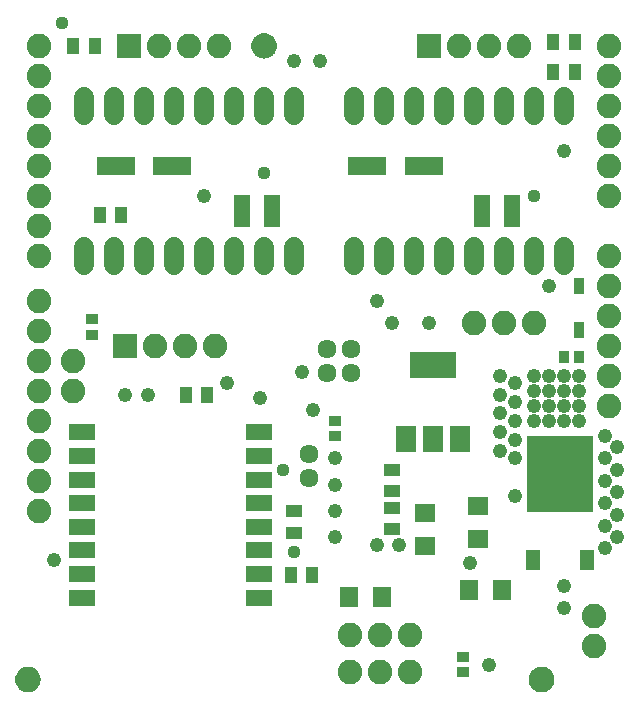
<source format=gts>
G75*
%MOIN*%
%OFA0B0*%
%FSLAX25Y25*%
%IPPOS*%
%LPD*%
%AMOC8*
5,1,8,0,0,1.08239X$1,22.5*
%
%ADD10C,0.06800*%
%ADD11R,0.06700X0.08700*%
%ADD12R,0.15800X0.08700*%
%ADD13R,0.07099X0.06312*%
%ADD14R,0.05524X0.03950*%
%ADD15R,0.03556X0.04343*%
%ADD16R,0.06312X0.07099*%
%ADD17R,0.08200X0.08200*%
%ADD18C,0.08200*%
%ADD19R,0.03950X0.05524*%
%ADD20R,0.22060X0.25209*%
%ADD21R,0.04737X0.07099*%
%ADD22R,0.05800X0.10800*%
%ADD23R,0.12611X0.06312*%
%ADD24C,0.00500*%
%ADD25R,0.03556X0.05524*%
%ADD26R,0.08674X0.05524*%
%ADD27C,0.06343*%
%ADD28R,0.04343X0.03556*%
%ADD29C,0.04762*%
%ADD30C,0.04800*%
%ADD31C,0.04369*%
D10*
X0123000Y0210010D02*
X0123000Y0216010D01*
X0133000Y0216010D02*
X0133000Y0210010D01*
X0143000Y0210010D02*
X0143000Y0216010D01*
X0153000Y0216010D02*
X0153000Y0210010D01*
X0163000Y0210010D02*
X0163000Y0216010D01*
X0173000Y0216010D02*
X0173000Y0210010D01*
X0183000Y0210010D02*
X0183000Y0216010D01*
X0193000Y0216010D02*
X0193000Y0210010D01*
X0213000Y0210010D02*
X0213000Y0216010D01*
X0223000Y0216010D02*
X0223000Y0210010D01*
X0233000Y0210010D02*
X0233000Y0216010D01*
X0243000Y0216010D02*
X0243000Y0210010D01*
X0253000Y0210010D02*
X0253000Y0216010D01*
X0263000Y0216010D02*
X0263000Y0210010D01*
X0273000Y0210010D02*
X0273000Y0216010D01*
X0283000Y0216010D02*
X0283000Y0210010D01*
X0283000Y0260010D02*
X0283000Y0266010D01*
X0273000Y0266010D02*
X0273000Y0260010D01*
X0263000Y0260010D02*
X0263000Y0266010D01*
X0253000Y0266010D02*
X0253000Y0260010D01*
X0243000Y0260010D02*
X0243000Y0266010D01*
X0233000Y0266010D02*
X0233000Y0260010D01*
X0223000Y0260010D02*
X0223000Y0266010D01*
X0213000Y0266010D02*
X0213000Y0260010D01*
X0193000Y0260010D02*
X0193000Y0266010D01*
X0183000Y0266010D02*
X0183000Y0260010D01*
X0173000Y0260010D02*
X0173000Y0266010D01*
X0163000Y0266010D02*
X0163000Y0260010D01*
X0153000Y0260010D02*
X0153000Y0266010D01*
X0143000Y0266010D02*
X0143000Y0260010D01*
X0133000Y0260010D02*
X0133000Y0266010D01*
X0123000Y0266010D02*
X0123000Y0260010D01*
D11*
X0230350Y0151860D03*
X0239350Y0151860D03*
X0248350Y0151860D03*
D12*
X0239250Y0176660D03*
D13*
X0254250Y0129772D03*
X0254250Y0118748D03*
X0236750Y0116248D03*
X0236750Y0127272D03*
D14*
X0225500Y0129053D03*
X0225500Y0134467D03*
X0225500Y0141553D03*
X0225500Y0121967D03*
X0193000Y0120717D03*
X0193000Y0127803D03*
D15*
X0282941Y0179260D03*
X0288059Y0179260D03*
D16*
X0262262Y0101760D03*
X0251238Y0101760D03*
X0222262Y0099260D03*
X0211238Y0099260D03*
D17*
X0136750Y0183010D03*
X0138000Y0283010D03*
X0238000Y0283010D03*
D18*
X0248000Y0283010D03*
X0258000Y0283010D03*
X0268000Y0283010D03*
X0298000Y0283010D03*
X0298000Y0273010D03*
X0298000Y0263010D03*
X0298000Y0253010D03*
X0298000Y0243010D03*
X0298000Y0233010D03*
X0298000Y0213010D03*
X0298000Y0203010D03*
X0298000Y0193010D03*
X0298000Y0183010D03*
X0298000Y0173010D03*
X0298000Y0163010D03*
X0273000Y0190510D03*
X0263000Y0190510D03*
X0253000Y0190510D03*
X0166750Y0183010D03*
X0156750Y0183010D03*
X0146750Y0183010D03*
X0119250Y0178010D03*
X0119250Y0168010D03*
X0108000Y0168010D03*
X0108000Y0158010D03*
X0108000Y0148010D03*
X0108000Y0138010D03*
X0108000Y0128010D03*
X0108000Y0178010D03*
X0108000Y0188010D03*
X0108000Y0198010D03*
X0108000Y0213010D03*
X0108000Y0223010D03*
X0108000Y0233010D03*
X0108000Y0243010D03*
X0108000Y0253010D03*
X0108000Y0263010D03*
X0108000Y0273010D03*
X0108000Y0283010D03*
X0148000Y0283010D03*
X0158000Y0283010D03*
X0168000Y0283010D03*
X0293000Y0093010D03*
X0293000Y0083010D03*
X0231750Y0086760D03*
X0221750Y0086760D03*
X0211750Y0086760D03*
X0211750Y0074260D03*
X0221750Y0074260D03*
X0231750Y0074260D03*
D19*
X0199043Y0106760D03*
X0191957Y0106760D03*
X0164043Y0166760D03*
X0156957Y0166760D03*
X0135293Y0226760D03*
X0128207Y0226760D03*
X0126543Y0283010D03*
X0119457Y0283010D03*
X0279457Y0284260D03*
X0286543Y0284260D03*
X0286543Y0274260D03*
X0279457Y0274260D03*
D20*
X0281750Y0140353D03*
D21*
X0272774Y0111612D03*
X0290726Y0111612D03*
D22*
X0265500Y0228010D03*
X0255500Y0228010D03*
X0185500Y0228010D03*
X0175500Y0228010D03*
D23*
X0152449Y0243010D03*
X0133551Y0243010D03*
X0217301Y0243010D03*
X0236199Y0243010D03*
D24*
X0100840Y0069791D02*
X0101234Y0069229D01*
X0101719Y0068744D01*
X0102281Y0068350D01*
X0102903Y0068060D01*
X0103566Y0067883D01*
X0104250Y0067823D01*
X0104934Y0067883D01*
X0105597Y0068060D01*
X0106219Y0068350D01*
X0106781Y0068744D01*
X0107266Y0069229D01*
X0107660Y0069791D01*
X0107950Y0070413D01*
X0108127Y0071076D01*
X0108187Y0071760D01*
X0108127Y0072444D01*
X0107950Y0073107D01*
X0107660Y0073729D01*
X0107266Y0074291D01*
X0106781Y0074776D01*
X0106219Y0075170D01*
X0105597Y0075460D01*
X0104934Y0075637D01*
X0104250Y0075697D01*
X0103566Y0075637D01*
X0102903Y0075460D01*
X0102281Y0075170D01*
X0101719Y0074776D01*
X0101234Y0074291D01*
X0100840Y0073729D01*
X0100550Y0073107D01*
X0100373Y0072444D01*
X0100313Y0071760D01*
X0100373Y0071076D01*
X0100550Y0070413D01*
X0100840Y0069791D01*
X0100832Y0069811D02*
X0107668Y0069811D01*
X0107901Y0070309D02*
X0100599Y0070309D01*
X0100445Y0070808D02*
X0108055Y0070808D01*
X0108147Y0071306D02*
X0100353Y0071306D01*
X0100317Y0071805D02*
X0108183Y0071805D01*
X0108139Y0072303D02*
X0100361Y0072303D01*
X0100469Y0072802D02*
X0108031Y0072802D01*
X0107859Y0073300D02*
X0100641Y0073300D01*
X0100890Y0073799D02*
X0107610Y0073799D01*
X0107259Y0074297D02*
X0101241Y0074297D01*
X0101747Y0074796D02*
X0106753Y0074796D01*
X0105951Y0075294D02*
X0102549Y0075294D01*
X0101176Y0069312D02*
X0107324Y0069312D01*
X0106850Y0068813D02*
X0101650Y0068813D01*
X0102358Y0068315D02*
X0106142Y0068315D01*
X0271563Y0071760D02*
X0271623Y0071076D01*
X0271800Y0070413D01*
X0272090Y0069791D01*
X0272484Y0069229D01*
X0272969Y0068744D01*
X0273531Y0068350D01*
X0274153Y0068060D01*
X0274816Y0067883D01*
X0275500Y0067823D01*
X0276184Y0067883D01*
X0276847Y0068060D01*
X0277469Y0068350D01*
X0278031Y0068744D01*
X0278516Y0069229D01*
X0278910Y0069791D01*
X0279200Y0070413D01*
X0279377Y0071076D01*
X0279437Y0071760D01*
X0279377Y0072444D01*
X0279200Y0073107D01*
X0278910Y0073729D01*
X0278516Y0074291D01*
X0278031Y0074776D01*
X0277469Y0075170D01*
X0276847Y0075460D01*
X0276184Y0075637D01*
X0275500Y0075697D01*
X0274816Y0075637D01*
X0274153Y0075460D01*
X0273531Y0075170D01*
X0272969Y0074776D01*
X0272484Y0074291D01*
X0272090Y0073729D01*
X0271800Y0073107D01*
X0271623Y0072444D01*
X0271563Y0071760D01*
X0271567Y0071805D02*
X0279433Y0071805D01*
X0279389Y0072303D02*
X0271611Y0072303D01*
X0271719Y0072802D02*
X0279281Y0072802D01*
X0279109Y0073300D02*
X0271891Y0073300D01*
X0272140Y0073799D02*
X0278860Y0073799D01*
X0278509Y0074297D02*
X0272491Y0074297D01*
X0272997Y0074796D02*
X0278003Y0074796D01*
X0277201Y0075294D02*
X0273799Y0075294D01*
X0271603Y0071306D02*
X0279397Y0071306D01*
X0279305Y0070808D02*
X0271695Y0070808D01*
X0271849Y0070309D02*
X0279151Y0070309D01*
X0278918Y0069811D02*
X0272082Y0069811D01*
X0272426Y0069312D02*
X0278574Y0069312D01*
X0278100Y0068813D02*
X0272900Y0068813D01*
X0273608Y0068315D02*
X0277392Y0068315D01*
X0184347Y0279310D02*
X0184969Y0279600D01*
X0185531Y0279994D01*
X0186016Y0280479D01*
X0186410Y0281041D01*
X0186700Y0281663D01*
X0186877Y0282326D01*
X0186937Y0283010D01*
X0186877Y0283694D01*
X0186700Y0284357D01*
X0186410Y0284979D01*
X0186016Y0285541D01*
X0185531Y0286026D01*
X0184969Y0286420D01*
X0184347Y0286710D01*
X0183684Y0286887D01*
X0183000Y0286947D01*
X0182316Y0286887D01*
X0181653Y0286710D01*
X0181031Y0286420D01*
X0180469Y0286026D01*
X0179984Y0285541D01*
X0179590Y0284979D01*
X0179300Y0284357D01*
X0179123Y0283694D01*
X0179063Y0283010D01*
X0179123Y0282326D01*
X0179300Y0281663D01*
X0179590Y0281041D01*
X0179984Y0280479D01*
X0180469Y0279994D01*
X0181031Y0279600D01*
X0181653Y0279310D01*
X0182316Y0279133D01*
X0183000Y0279073D01*
X0183684Y0279133D01*
X0184347Y0279310D01*
X0183879Y0279185D02*
X0182121Y0279185D01*
X0180912Y0279684D02*
X0185087Y0279684D01*
X0185719Y0280182D02*
X0180281Y0280182D01*
X0179843Y0280681D02*
X0186157Y0280681D01*
X0186474Y0281179D02*
X0179526Y0281179D01*
X0179297Y0281678D02*
X0186703Y0281678D01*
X0186837Y0282176D02*
X0179163Y0282176D01*
X0179092Y0282675D02*
X0186908Y0282675D01*
X0186923Y0283173D02*
X0179077Y0283173D01*
X0179121Y0283672D02*
X0186879Y0283672D01*
X0186749Y0284170D02*
X0179251Y0284170D01*
X0179446Y0284669D02*
X0186554Y0284669D01*
X0186277Y0285167D02*
X0179723Y0285167D01*
X0180109Y0285666D02*
X0185891Y0285666D01*
X0185333Y0286164D02*
X0180667Y0286164D01*
X0181553Y0286663D02*
X0184447Y0286663D01*
D25*
X0288000Y0202793D03*
X0288000Y0188227D03*
D26*
X0181278Y0154162D03*
X0181278Y0146288D03*
X0181278Y0138414D03*
X0181278Y0130540D03*
X0181278Y0122666D03*
X0181278Y0114791D03*
X0181278Y0106917D03*
X0181278Y0099043D03*
X0122222Y0099043D03*
X0122222Y0106917D03*
X0122222Y0114791D03*
X0122222Y0122666D03*
X0122222Y0130540D03*
X0122222Y0138414D03*
X0122222Y0146288D03*
X0122222Y0154162D03*
D27*
X0198000Y0146947D03*
X0198000Y0139073D03*
X0204063Y0174073D03*
X0211937Y0174073D03*
X0211937Y0181947D03*
X0204063Y0181947D03*
D28*
X0206750Y0158069D03*
X0206750Y0152951D03*
X0249250Y0079319D03*
X0249250Y0074201D03*
X0125500Y0186701D03*
X0125500Y0191819D03*
D29*
X0136750Y0166760D03*
X0144250Y0166760D03*
X0170500Y0170510D03*
X0181750Y0165510D03*
X0199250Y0161760D03*
X0206750Y0145510D03*
X0206750Y0136760D03*
X0206750Y0128010D03*
X0206750Y0119260D03*
X0220500Y0116760D03*
X0228000Y0116760D03*
X0251750Y0110510D03*
X0266750Y0133010D03*
X0266750Y0145510D03*
X0261750Y0148010D03*
X0261750Y0154260D03*
X0266750Y0151760D03*
X0266750Y0158010D03*
X0261750Y0160510D03*
X0266750Y0164260D03*
X0261750Y0166760D03*
X0261750Y0173010D03*
X0266750Y0170510D03*
X0273000Y0168010D03*
X0278000Y0168010D03*
X0278000Y0163010D03*
X0278000Y0158010D03*
X0273000Y0158010D03*
X0273000Y0163010D03*
X0283000Y0163010D03*
X0283000Y0158010D03*
X0288000Y0158010D03*
X0288000Y0163010D03*
X0288000Y0168010D03*
X0283000Y0168010D03*
X0283000Y0173010D03*
X0288000Y0173010D03*
X0278000Y0173010D03*
X0273000Y0173010D03*
X0296750Y0153010D03*
X0300500Y0149260D03*
X0296750Y0145510D03*
X0300500Y0141760D03*
X0296750Y0138010D03*
X0300500Y0134260D03*
X0296750Y0130510D03*
X0300500Y0126760D03*
X0296750Y0123010D03*
X0300500Y0119260D03*
X0296750Y0115510D03*
X0283000Y0103010D03*
X0283000Y0095510D03*
X0258000Y0076760D03*
X0238000Y0190510D03*
X0225500Y0190510D03*
X0278000Y0203010D03*
X0283000Y0248010D03*
X0201750Y0278010D03*
X0193000Y0278010D03*
X0113000Y0111760D03*
D30*
X0195500Y0174260D03*
X0220500Y0198010D03*
X0163000Y0233010D03*
D31*
X0183000Y0240510D03*
X0115500Y0290510D03*
X0189250Y0141760D03*
X0193000Y0114260D03*
X0273000Y0233010D03*
M02*

</source>
